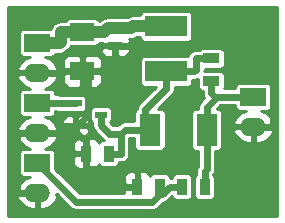
<source format=gtl>
G04 (created by PCBNEW (2013-mar-13)-testing) date Wed 12 Feb 2014 04:44:33 PM CET*
%MOIN*%
G04 Gerber Fmt 3.4, Leading zero omitted, Abs format*
%FSLAX34Y34*%
G01*
G70*
G90*
G04 APERTURE LIST*
%ADD10C,0.005906*%
%ADD11R,0.086600X0.060000*%
%ADD12O,0.086600X0.060000*%
%ADD13R,0.039400X0.023600*%
%ADD14R,0.080000X0.060000*%
%ADD15R,0.045000X0.025000*%
%ADD16R,0.035000X0.055000*%
%ADD17R,0.070900X0.106300*%
%ADD18R,0.055000X0.035000*%
%ADD19R,0.140000X0.070000*%
%ADD20C,0.039370*%
%ADD21C,0.023622*%
%ADD22C,0.010000*%
G04 APERTURE END LIST*
G54D10*
G54D11*
X52000Y-42000D03*
G54D12*
X52000Y-43000D03*
G54D11*
X52000Y-44000D03*
G54D12*
X52000Y-45000D03*
G54D13*
X53284Y-44025D03*
X54116Y-44400D03*
X53284Y-44775D03*
G54D11*
X52000Y-46000D03*
G54D12*
X52000Y-47000D03*
G54D14*
X53500Y-41650D03*
X53500Y-42950D03*
G54D15*
X54600Y-41500D03*
X54600Y-42100D03*
G54D16*
X54375Y-45700D03*
X53625Y-45700D03*
G54D17*
X55755Y-44900D03*
X57645Y-44900D03*
G54D18*
X57800Y-42525D03*
X57800Y-43275D03*
G54D16*
X57575Y-46800D03*
X56825Y-46800D03*
X56075Y-46800D03*
X55325Y-46800D03*
G54D19*
X56300Y-41450D03*
X56300Y-42950D03*
G54D11*
X59200Y-43800D03*
G54D12*
X59200Y-44800D03*
G54D20*
X52785Y-41962D02*
X52747Y-42000D01*
X52785Y-41650D02*
X52785Y-41962D01*
X52000Y-42000D02*
X52747Y-42000D01*
X53500Y-41650D02*
X52785Y-41650D01*
X54364Y-41500D02*
X54214Y-41650D01*
X54600Y-41500D02*
X54364Y-41500D01*
X53500Y-41650D02*
X54214Y-41650D01*
X55189Y-41450D02*
X55139Y-41500D01*
X56300Y-41450D02*
X55189Y-41450D01*
X54600Y-41500D02*
X55139Y-41500D01*
G54D21*
X52694Y-44025D02*
X52669Y-44000D01*
X53284Y-44025D02*
X52694Y-44025D01*
X52000Y-44000D02*
X52669Y-44000D01*
X56075Y-46800D02*
X56075Y-47055D01*
X56825Y-46800D02*
X56413Y-46800D01*
X56158Y-47055D02*
X56413Y-46800D01*
X56075Y-47055D02*
X56158Y-47055D01*
X53297Y-47297D02*
X52000Y-46000D01*
X55833Y-47297D02*
X53297Y-47297D01*
X56075Y-47055D02*
X55833Y-47297D01*
X52000Y-43000D02*
X52669Y-43000D01*
X58565Y-42100D02*
X54600Y-42100D01*
X59869Y-43403D02*
X58565Y-42100D01*
X59869Y-44800D02*
X59869Y-43403D01*
X59200Y-44800D02*
X59869Y-44800D01*
X52719Y-42950D02*
X53500Y-42950D01*
X52669Y-43000D02*
X52719Y-42950D01*
X54136Y-42925D02*
X54600Y-42461D01*
X54136Y-42950D02*
X54136Y-42925D01*
X54600Y-42100D02*
X54600Y-42461D01*
X54325Y-46211D02*
X54913Y-46800D01*
X53625Y-46211D02*
X54325Y-46211D01*
X53625Y-45700D02*
X53625Y-46211D01*
X55325Y-46800D02*
X54913Y-46800D01*
X53500Y-42950D02*
X53833Y-42950D01*
X53833Y-42950D02*
X54136Y-42950D01*
X53284Y-44775D02*
X53284Y-44813D01*
X53699Y-43084D02*
X53833Y-42950D01*
X53699Y-44398D02*
X53699Y-43084D01*
X53284Y-44813D02*
X53699Y-44398D01*
X51330Y-45000D02*
X51330Y-47000D01*
X52000Y-45000D02*
X51330Y-45000D01*
X52000Y-47000D02*
X51330Y-47000D01*
X53284Y-44813D02*
X53284Y-44971D01*
X52000Y-45000D02*
X52669Y-45000D01*
X53625Y-45700D02*
X53625Y-45188D01*
X52697Y-44971D02*
X52669Y-45000D01*
X53284Y-44971D02*
X52697Y-44971D01*
X53501Y-45188D02*
X53625Y-45188D01*
X53284Y-44971D02*
X53501Y-45188D01*
X54375Y-45700D02*
X54786Y-45700D01*
X54115Y-44400D02*
X54115Y-44754D01*
X57288Y-42897D02*
X57288Y-42525D01*
X57236Y-42950D02*
X57288Y-42897D01*
X56300Y-42950D02*
X57236Y-42950D01*
X57800Y-42525D02*
X57288Y-42525D01*
X55755Y-44900D02*
X55607Y-44900D01*
X55607Y-44900D02*
X55459Y-44900D01*
X55607Y-44228D02*
X56300Y-43536D01*
X55607Y-44900D02*
X55607Y-44228D01*
X56300Y-42950D02*
X56300Y-43536D01*
X54786Y-45035D02*
X54786Y-45700D01*
X54397Y-45035D02*
X54786Y-45035D01*
X54115Y-44754D02*
X54397Y-45035D01*
X54921Y-44900D02*
X55459Y-44900D01*
X54786Y-45035D02*
X54921Y-44900D01*
X57800Y-43275D02*
X57800Y-43686D01*
X57913Y-43863D02*
X57913Y-43800D01*
X57645Y-44132D02*
X57913Y-43863D01*
X59200Y-43800D02*
X57913Y-43800D01*
X57913Y-43800D02*
X57800Y-43686D01*
X57645Y-44900D02*
X57645Y-44132D01*
X57645Y-46218D02*
X57645Y-44900D01*
X57575Y-46288D02*
X57645Y-46218D01*
X57575Y-46800D02*
X57575Y-46288D01*
G54D10*
G36*
X59989Y-47784D02*
X59866Y-47784D01*
X59866Y-44935D01*
X59866Y-44664D01*
X59860Y-44635D01*
X59757Y-44446D01*
X59589Y-44311D01*
X59444Y-44268D01*
X59666Y-44268D01*
X59728Y-44242D01*
X59775Y-44195D01*
X59801Y-44133D01*
X59801Y-44066D01*
X59801Y-43466D01*
X59775Y-43404D01*
X59728Y-43357D01*
X59666Y-43331D01*
X59599Y-43331D01*
X58733Y-43331D01*
X58671Y-43357D01*
X58624Y-43404D01*
X58598Y-43466D01*
X58598Y-43513D01*
X58230Y-43513D01*
X58243Y-43483D01*
X58243Y-43416D01*
X58243Y-43066D01*
X58217Y-43004D01*
X58170Y-42957D01*
X58108Y-42931D01*
X58041Y-42931D01*
X57568Y-42931D01*
X57575Y-42897D01*
X57575Y-42897D01*
X57575Y-42897D01*
X57575Y-42868D01*
X58108Y-42868D01*
X58170Y-42842D01*
X58217Y-42795D01*
X58243Y-42733D01*
X58243Y-42666D01*
X58243Y-42316D01*
X58217Y-42254D01*
X58170Y-42207D01*
X58108Y-42181D01*
X58041Y-42181D01*
X57491Y-42181D01*
X57429Y-42207D01*
X57398Y-42238D01*
X57288Y-42238D01*
X57179Y-42260D01*
X57168Y-42268D01*
X57168Y-41833D01*
X57168Y-41766D01*
X57168Y-41066D01*
X57142Y-41004D01*
X57095Y-40957D01*
X57033Y-40931D01*
X56966Y-40931D01*
X55566Y-40931D01*
X55504Y-40957D01*
X55457Y-41004D01*
X55431Y-41066D01*
X55431Y-41085D01*
X55189Y-41085D01*
X55050Y-41112D01*
X55017Y-41135D01*
X54600Y-41135D01*
X54364Y-41135D01*
X54225Y-41162D01*
X54106Y-41241D01*
X54063Y-41285D01*
X54055Y-41285D01*
X54042Y-41254D01*
X53995Y-41207D01*
X53933Y-41181D01*
X53866Y-41181D01*
X53066Y-41181D01*
X53004Y-41207D01*
X52957Y-41254D01*
X52944Y-41285D01*
X52785Y-41285D01*
X52645Y-41312D01*
X52526Y-41391D01*
X52447Y-41510D01*
X52443Y-41531D01*
X52399Y-41531D01*
X51533Y-41531D01*
X51471Y-41557D01*
X51424Y-41604D01*
X51398Y-41666D01*
X51398Y-41733D01*
X51398Y-42333D01*
X51424Y-42395D01*
X51471Y-42442D01*
X51533Y-42468D01*
X51600Y-42468D01*
X51755Y-42468D01*
X51610Y-42511D01*
X51442Y-42646D01*
X51339Y-42835D01*
X51333Y-42864D01*
X51382Y-42950D01*
X51950Y-42950D01*
X51950Y-42942D01*
X52050Y-42942D01*
X52050Y-42950D01*
X52617Y-42950D01*
X52666Y-42864D01*
X52660Y-42835D01*
X52557Y-42646D01*
X52389Y-42511D01*
X52244Y-42468D01*
X52466Y-42468D01*
X52528Y-42442D01*
X52575Y-42395D01*
X52588Y-42364D01*
X52747Y-42364D01*
X52887Y-42337D01*
X52887Y-42337D01*
X53006Y-42258D01*
X53043Y-42220D01*
X53111Y-42118D01*
X53111Y-42118D01*
X53133Y-42118D01*
X53933Y-42118D01*
X53995Y-42092D01*
X54042Y-42045D01*
X54055Y-42014D01*
X54152Y-42014D01*
X54187Y-42050D01*
X54550Y-42050D01*
X54550Y-42042D01*
X54650Y-42042D01*
X54650Y-42050D01*
X55012Y-42050D01*
X55075Y-41987D01*
X55075Y-41925D01*
X55050Y-41864D01*
X55139Y-41864D01*
X55279Y-41837D01*
X55279Y-41837D01*
X55312Y-41814D01*
X55312Y-41814D01*
X55431Y-41814D01*
X55431Y-41833D01*
X55457Y-41895D01*
X55504Y-41942D01*
X55566Y-41968D01*
X55633Y-41968D01*
X57033Y-41968D01*
X57095Y-41942D01*
X57142Y-41895D01*
X57168Y-41833D01*
X57168Y-42268D01*
X57086Y-42322D01*
X57024Y-42415D01*
X57021Y-42431D01*
X56966Y-42431D01*
X55566Y-42431D01*
X55504Y-42457D01*
X55457Y-42504D01*
X55431Y-42566D01*
X55431Y-42633D01*
X55431Y-43333D01*
X55457Y-43395D01*
X55504Y-43442D01*
X55566Y-43468D01*
X55633Y-43468D01*
X55963Y-43468D01*
X55404Y-44026D01*
X55342Y-44119D01*
X55339Y-44137D01*
X55323Y-44218D01*
X55323Y-44218D01*
X55305Y-44225D01*
X55257Y-44273D01*
X55232Y-44335D01*
X55232Y-44401D01*
X55232Y-44613D01*
X55075Y-44613D01*
X55075Y-42274D01*
X55075Y-42212D01*
X55012Y-42150D01*
X54650Y-42150D01*
X54650Y-42412D01*
X54712Y-42475D01*
X54775Y-42475D01*
X54874Y-42475D01*
X54966Y-42436D01*
X55036Y-42366D01*
X55075Y-42274D01*
X55075Y-44613D01*
X54921Y-44613D01*
X54812Y-44635D01*
X54719Y-44697D01*
X54719Y-44697D01*
X54667Y-44749D01*
X54550Y-44749D01*
X54550Y-42412D01*
X54550Y-42150D01*
X54187Y-42150D01*
X54125Y-42212D01*
X54125Y-42274D01*
X54163Y-42366D01*
X54233Y-42436D01*
X54325Y-42475D01*
X54424Y-42475D01*
X54487Y-42475D01*
X54550Y-42412D01*
X54550Y-44749D01*
X54515Y-44749D01*
X54417Y-44651D01*
X54455Y-44613D01*
X54481Y-44551D01*
X54481Y-44484D01*
X54481Y-44248D01*
X54455Y-44186D01*
X54408Y-44139D01*
X54346Y-44113D01*
X54279Y-44113D01*
X54150Y-44113D01*
X54150Y-43299D01*
X54150Y-43062D01*
X54150Y-42837D01*
X54150Y-42600D01*
X54111Y-42508D01*
X54041Y-42438D01*
X53949Y-42400D01*
X53850Y-42400D01*
X53612Y-42400D01*
X53550Y-42462D01*
X53550Y-42900D01*
X54087Y-42900D01*
X54150Y-42837D01*
X54150Y-43062D01*
X54087Y-43000D01*
X53550Y-43000D01*
X53550Y-43437D01*
X53612Y-43500D01*
X53850Y-43500D01*
X53949Y-43500D01*
X54041Y-43461D01*
X54111Y-43391D01*
X54150Y-43299D01*
X54150Y-44113D01*
X54116Y-44113D01*
X54115Y-44113D01*
X54115Y-44113D01*
X53885Y-44113D01*
X53823Y-44139D01*
X53776Y-44186D01*
X53750Y-44248D01*
X53750Y-44315D01*
X53750Y-44551D01*
X53776Y-44613D01*
X53823Y-44660D01*
X53829Y-44662D01*
X53829Y-44754D01*
X53829Y-44754D01*
X53847Y-44845D01*
X53851Y-44863D01*
X53913Y-44956D01*
X54194Y-45237D01*
X54194Y-45237D01*
X54223Y-45256D01*
X54166Y-45256D01*
X54104Y-45282D01*
X54057Y-45329D01*
X54044Y-45361D01*
X54011Y-45283D01*
X53941Y-45213D01*
X53849Y-45175D01*
X53737Y-45175D01*
X53731Y-45181D01*
X53731Y-44942D01*
X53731Y-44887D01*
X53731Y-44662D01*
X53731Y-44607D01*
X53692Y-44515D01*
X53649Y-44471D01*
X53649Y-44176D01*
X53649Y-44109D01*
X53649Y-43873D01*
X53623Y-43811D01*
X53576Y-43764D01*
X53514Y-43738D01*
X53450Y-43738D01*
X53450Y-43437D01*
X53450Y-43000D01*
X53450Y-42900D01*
X53450Y-42462D01*
X53387Y-42400D01*
X53149Y-42400D01*
X53050Y-42400D01*
X52958Y-42438D01*
X52888Y-42508D01*
X52850Y-42600D01*
X52850Y-42837D01*
X52912Y-42900D01*
X53450Y-42900D01*
X53450Y-43000D01*
X52912Y-43000D01*
X52850Y-43062D01*
X52850Y-43299D01*
X52888Y-43391D01*
X52958Y-43461D01*
X53050Y-43500D01*
X53149Y-43500D01*
X53387Y-43500D01*
X53450Y-43437D01*
X53450Y-43738D01*
X53447Y-43738D01*
X53284Y-43738D01*
X53284Y-43738D01*
X52783Y-43738D01*
X52778Y-43735D01*
X52760Y-43731D01*
X52669Y-43713D01*
X52669Y-43713D01*
X52601Y-43713D01*
X52601Y-43666D01*
X52575Y-43604D01*
X52528Y-43557D01*
X52466Y-43531D01*
X52399Y-43531D01*
X52244Y-43531D01*
X52389Y-43488D01*
X52557Y-43353D01*
X52660Y-43164D01*
X52666Y-43135D01*
X52617Y-43050D01*
X52050Y-43050D01*
X52050Y-43057D01*
X51950Y-43057D01*
X51950Y-43050D01*
X51382Y-43050D01*
X51333Y-43135D01*
X51339Y-43164D01*
X51442Y-43353D01*
X51610Y-43488D01*
X51755Y-43531D01*
X51533Y-43531D01*
X51471Y-43557D01*
X51424Y-43604D01*
X51398Y-43666D01*
X51398Y-43733D01*
X51398Y-44333D01*
X51424Y-44395D01*
X51471Y-44442D01*
X51533Y-44468D01*
X51600Y-44468D01*
X51755Y-44468D01*
X51610Y-44511D01*
X51442Y-44646D01*
X51339Y-44835D01*
X51333Y-44864D01*
X51382Y-44950D01*
X51950Y-44950D01*
X51950Y-44942D01*
X52050Y-44942D01*
X52050Y-44950D01*
X52617Y-44950D01*
X52666Y-44864D01*
X52660Y-44835D01*
X52557Y-44646D01*
X52389Y-44511D01*
X52244Y-44468D01*
X52466Y-44468D01*
X52528Y-44442D01*
X52575Y-44395D01*
X52601Y-44333D01*
X52601Y-44292D01*
X52694Y-44311D01*
X52694Y-44311D01*
X52694Y-44311D01*
X53284Y-44311D01*
X53284Y-44311D01*
X53514Y-44311D01*
X53576Y-44285D01*
X53623Y-44238D01*
X53649Y-44176D01*
X53649Y-44471D01*
X53622Y-44445D01*
X53530Y-44407D01*
X53431Y-44407D01*
X53396Y-44407D01*
X53334Y-44469D01*
X53334Y-44725D01*
X53668Y-44725D01*
X53731Y-44662D01*
X53731Y-44887D01*
X53668Y-44825D01*
X53334Y-44825D01*
X53334Y-45080D01*
X53396Y-45143D01*
X53431Y-45143D01*
X53530Y-45143D01*
X53622Y-45104D01*
X53692Y-45034D01*
X53731Y-44942D01*
X53731Y-45181D01*
X53675Y-45237D01*
X53675Y-45650D01*
X53682Y-45650D01*
X53682Y-45750D01*
X53675Y-45750D01*
X53675Y-46162D01*
X53737Y-46225D01*
X53849Y-46225D01*
X53941Y-46186D01*
X54011Y-46116D01*
X54044Y-46038D01*
X54057Y-46070D01*
X54104Y-46117D01*
X54166Y-46143D01*
X54233Y-46143D01*
X54583Y-46143D01*
X54645Y-46117D01*
X54692Y-46070D01*
X54718Y-46008D01*
X54718Y-45986D01*
X54786Y-45986D01*
X54895Y-45964D01*
X54988Y-45902D01*
X55050Y-45809D01*
X55072Y-45700D01*
X55072Y-45186D01*
X55232Y-45186D01*
X55232Y-45464D01*
X55257Y-45526D01*
X55305Y-45574D01*
X55367Y-45599D01*
X55433Y-45599D01*
X56142Y-45599D01*
X56204Y-45574D01*
X56252Y-45526D01*
X56277Y-45464D01*
X56277Y-45398D01*
X56277Y-44335D01*
X56252Y-44273D01*
X56204Y-44225D01*
X56142Y-44200D01*
X56076Y-44200D01*
X56040Y-44200D01*
X56502Y-43738D01*
X56502Y-43738D01*
X56502Y-43738D01*
X56564Y-43645D01*
X56586Y-43536D01*
X56586Y-43468D01*
X57033Y-43468D01*
X57095Y-43442D01*
X57142Y-43395D01*
X57168Y-43333D01*
X57168Y-43266D01*
X57168Y-43236D01*
X57236Y-43236D01*
X57236Y-43236D01*
X57236Y-43236D01*
X57327Y-43218D01*
X57345Y-43214D01*
X57345Y-43214D01*
X57356Y-43206D01*
X57356Y-43483D01*
X57382Y-43545D01*
X57429Y-43592D01*
X57491Y-43618D01*
X57513Y-43618D01*
X57513Y-43686D01*
X57513Y-43686D01*
X57531Y-43777D01*
X57535Y-43795D01*
X57552Y-43820D01*
X57442Y-43929D01*
X57380Y-44022D01*
X57376Y-44040D01*
X57358Y-44132D01*
X57358Y-44132D01*
X57358Y-44200D01*
X57257Y-44200D01*
X57195Y-44225D01*
X57147Y-44273D01*
X57122Y-44335D01*
X57122Y-44401D01*
X57122Y-45464D01*
X57147Y-45526D01*
X57195Y-45574D01*
X57257Y-45599D01*
X57323Y-45599D01*
X57358Y-45599D01*
X57358Y-46107D01*
X57310Y-46179D01*
X57306Y-46197D01*
X57288Y-46288D01*
X57288Y-46288D01*
X57288Y-46398D01*
X57257Y-46429D01*
X57231Y-46491D01*
X57231Y-46558D01*
X57231Y-47108D01*
X57257Y-47170D01*
X57304Y-47217D01*
X57366Y-47243D01*
X57433Y-47243D01*
X57783Y-47243D01*
X57845Y-47217D01*
X57892Y-47170D01*
X57918Y-47108D01*
X57918Y-47041D01*
X57918Y-46491D01*
X57892Y-46429D01*
X57862Y-46399D01*
X57909Y-46328D01*
X57931Y-46218D01*
X57931Y-45599D01*
X58032Y-45599D01*
X58094Y-45574D01*
X58142Y-45526D01*
X58167Y-45464D01*
X58167Y-45398D01*
X58167Y-44335D01*
X58142Y-44273D01*
X58094Y-44225D01*
X58032Y-44200D01*
X57981Y-44200D01*
X58095Y-44086D01*
X58598Y-44086D01*
X58598Y-44133D01*
X58624Y-44195D01*
X58671Y-44242D01*
X58733Y-44268D01*
X58800Y-44268D01*
X58955Y-44268D01*
X58810Y-44311D01*
X58642Y-44446D01*
X58539Y-44635D01*
X58533Y-44664D01*
X58582Y-44750D01*
X59150Y-44750D01*
X59150Y-44742D01*
X59250Y-44742D01*
X59250Y-44750D01*
X59817Y-44750D01*
X59866Y-44664D01*
X59866Y-44935D01*
X59817Y-44850D01*
X59250Y-44850D01*
X59250Y-45350D01*
X59383Y-45350D01*
X59589Y-45288D01*
X59757Y-45153D01*
X59860Y-44964D01*
X59866Y-44935D01*
X59866Y-47784D01*
X59150Y-47784D01*
X59150Y-45350D01*
X59150Y-44850D01*
X58582Y-44850D01*
X58533Y-44935D01*
X58539Y-44964D01*
X58642Y-45153D01*
X58810Y-45288D01*
X59017Y-45350D01*
X59150Y-45350D01*
X59150Y-47784D01*
X57168Y-47784D01*
X57168Y-47108D01*
X57168Y-47041D01*
X57168Y-46491D01*
X57142Y-46429D01*
X57095Y-46382D01*
X57033Y-46356D01*
X56966Y-46356D01*
X56616Y-46356D01*
X56554Y-46382D01*
X56507Y-46429D01*
X56481Y-46491D01*
X56481Y-46513D01*
X56418Y-46513D01*
X56418Y-46491D01*
X56392Y-46429D01*
X56345Y-46382D01*
X56283Y-46356D01*
X56216Y-46356D01*
X55866Y-46356D01*
X55804Y-46382D01*
X55757Y-46429D01*
X55744Y-46461D01*
X55711Y-46383D01*
X55641Y-46313D01*
X55549Y-46275D01*
X55437Y-46275D01*
X55375Y-46337D01*
X55375Y-46750D01*
X55382Y-46750D01*
X55382Y-46850D01*
X55375Y-46850D01*
X55375Y-46857D01*
X55275Y-46857D01*
X55275Y-46850D01*
X55275Y-46750D01*
X55275Y-46337D01*
X55212Y-46275D01*
X55100Y-46275D01*
X55008Y-46313D01*
X54938Y-46383D01*
X54900Y-46475D01*
X54900Y-46574D01*
X54900Y-46687D01*
X54962Y-46750D01*
X55275Y-46750D01*
X55275Y-46850D01*
X54962Y-46850D01*
X54900Y-46912D01*
X54900Y-47011D01*
X53575Y-47011D01*
X53575Y-46162D01*
X53575Y-45750D01*
X53575Y-45650D01*
X53575Y-45237D01*
X53512Y-45175D01*
X53400Y-45175D01*
X53308Y-45213D01*
X53238Y-45283D01*
X53234Y-45293D01*
X53234Y-45080D01*
X53234Y-44825D01*
X53234Y-44725D01*
X53234Y-44469D01*
X53171Y-44407D01*
X53136Y-44407D01*
X53037Y-44407D01*
X52945Y-44445D01*
X52875Y-44515D01*
X52837Y-44607D01*
X52837Y-44662D01*
X52899Y-44725D01*
X53234Y-44725D01*
X53234Y-44825D01*
X52899Y-44825D01*
X52837Y-44887D01*
X52837Y-44942D01*
X52875Y-45034D01*
X52945Y-45104D01*
X53037Y-45143D01*
X53136Y-45143D01*
X53171Y-45143D01*
X53234Y-45080D01*
X53234Y-45293D01*
X53200Y-45375D01*
X53200Y-45474D01*
X53200Y-45587D01*
X53262Y-45650D01*
X53575Y-45650D01*
X53575Y-45750D01*
X53262Y-45750D01*
X53200Y-45812D01*
X53200Y-45925D01*
X53200Y-46024D01*
X53238Y-46116D01*
X53308Y-46186D01*
X53400Y-46225D01*
X53512Y-46225D01*
X53575Y-46162D01*
X53575Y-47011D01*
X53415Y-47011D01*
X52601Y-46196D01*
X52601Y-45666D01*
X52575Y-45604D01*
X52528Y-45557D01*
X52466Y-45531D01*
X52399Y-45531D01*
X52244Y-45531D01*
X52389Y-45488D01*
X52557Y-45353D01*
X52660Y-45164D01*
X52666Y-45135D01*
X52617Y-45050D01*
X52050Y-45050D01*
X52050Y-45057D01*
X51950Y-45057D01*
X51950Y-45050D01*
X51382Y-45050D01*
X51333Y-45135D01*
X51339Y-45164D01*
X51442Y-45353D01*
X51610Y-45488D01*
X51755Y-45531D01*
X51533Y-45531D01*
X51471Y-45557D01*
X51424Y-45604D01*
X51398Y-45666D01*
X51398Y-45733D01*
X51398Y-46333D01*
X51424Y-46395D01*
X51471Y-46442D01*
X51533Y-46468D01*
X51600Y-46468D01*
X51755Y-46468D01*
X51610Y-46511D01*
X51442Y-46646D01*
X51339Y-46835D01*
X51333Y-46864D01*
X51382Y-46950D01*
X51950Y-46950D01*
X51950Y-46942D01*
X52050Y-46942D01*
X52050Y-46950D01*
X52057Y-46950D01*
X52057Y-47050D01*
X52050Y-47050D01*
X52050Y-47550D01*
X52183Y-47550D01*
X52389Y-47488D01*
X52557Y-47353D01*
X52660Y-47164D01*
X52666Y-47135D01*
X52617Y-47050D01*
X52645Y-47050D01*
X53095Y-47499D01*
X53095Y-47499D01*
X53187Y-47561D01*
X53297Y-47583D01*
X55833Y-47583D01*
X55833Y-47583D01*
X55833Y-47583D01*
X55924Y-47565D01*
X55942Y-47561D01*
X55942Y-47561D01*
X56035Y-47499D01*
X56202Y-47333D01*
X56249Y-47323D01*
X56267Y-47320D01*
X56267Y-47320D01*
X56360Y-47257D01*
X56490Y-47128D01*
X56507Y-47170D01*
X56554Y-47217D01*
X56616Y-47243D01*
X56683Y-47243D01*
X57033Y-47243D01*
X57095Y-47217D01*
X57142Y-47170D01*
X57168Y-47108D01*
X57168Y-47784D01*
X52666Y-47784D01*
X51950Y-47784D01*
X51950Y-47550D01*
X51950Y-47050D01*
X51382Y-47050D01*
X51333Y-47135D01*
X51339Y-47164D01*
X51442Y-47353D01*
X51610Y-47488D01*
X51817Y-47550D01*
X51950Y-47550D01*
X51950Y-47784D01*
X51034Y-47784D01*
X51034Y-40798D01*
X59989Y-40798D01*
X59989Y-47784D01*
X59989Y-47784D01*
G37*
G54D22*
X59989Y-47784D02*
X59866Y-47784D01*
X59866Y-44935D01*
X59866Y-44664D01*
X59860Y-44635D01*
X59757Y-44446D01*
X59589Y-44311D01*
X59444Y-44268D01*
X59666Y-44268D01*
X59728Y-44242D01*
X59775Y-44195D01*
X59801Y-44133D01*
X59801Y-44066D01*
X59801Y-43466D01*
X59775Y-43404D01*
X59728Y-43357D01*
X59666Y-43331D01*
X59599Y-43331D01*
X58733Y-43331D01*
X58671Y-43357D01*
X58624Y-43404D01*
X58598Y-43466D01*
X58598Y-43513D01*
X58230Y-43513D01*
X58243Y-43483D01*
X58243Y-43416D01*
X58243Y-43066D01*
X58217Y-43004D01*
X58170Y-42957D01*
X58108Y-42931D01*
X58041Y-42931D01*
X57568Y-42931D01*
X57575Y-42897D01*
X57575Y-42897D01*
X57575Y-42897D01*
X57575Y-42868D01*
X58108Y-42868D01*
X58170Y-42842D01*
X58217Y-42795D01*
X58243Y-42733D01*
X58243Y-42666D01*
X58243Y-42316D01*
X58217Y-42254D01*
X58170Y-42207D01*
X58108Y-42181D01*
X58041Y-42181D01*
X57491Y-42181D01*
X57429Y-42207D01*
X57398Y-42238D01*
X57288Y-42238D01*
X57179Y-42260D01*
X57168Y-42268D01*
X57168Y-41833D01*
X57168Y-41766D01*
X57168Y-41066D01*
X57142Y-41004D01*
X57095Y-40957D01*
X57033Y-40931D01*
X56966Y-40931D01*
X55566Y-40931D01*
X55504Y-40957D01*
X55457Y-41004D01*
X55431Y-41066D01*
X55431Y-41085D01*
X55189Y-41085D01*
X55050Y-41112D01*
X55017Y-41135D01*
X54600Y-41135D01*
X54364Y-41135D01*
X54225Y-41162D01*
X54106Y-41241D01*
X54063Y-41285D01*
X54055Y-41285D01*
X54042Y-41254D01*
X53995Y-41207D01*
X53933Y-41181D01*
X53866Y-41181D01*
X53066Y-41181D01*
X53004Y-41207D01*
X52957Y-41254D01*
X52944Y-41285D01*
X52785Y-41285D01*
X52645Y-41312D01*
X52526Y-41391D01*
X52447Y-41510D01*
X52443Y-41531D01*
X52399Y-41531D01*
X51533Y-41531D01*
X51471Y-41557D01*
X51424Y-41604D01*
X51398Y-41666D01*
X51398Y-41733D01*
X51398Y-42333D01*
X51424Y-42395D01*
X51471Y-42442D01*
X51533Y-42468D01*
X51600Y-42468D01*
X51755Y-42468D01*
X51610Y-42511D01*
X51442Y-42646D01*
X51339Y-42835D01*
X51333Y-42864D01*
X51382Y-42950D01*
X51950Y-42950D01*
X51950Y-42942D01*
X52050Y-42942D01*
X52050Y-42950D01*
X52617Y-42950D01*
X52666Y-42864D01*
X52660Y-42835D01*
X52557Y-42646D01*
X52389Y-42511D01*
X52244Y-42468D01*
X52466Y-42468D01*
X52528Y-42442D01*
X52575Y-42395D01*
X52588Y-42364D01*
X52747Y-42364D01*
X52887Y-42337D01*
X52887Y-42337D01*
X53006Y-42258D01*
X53043Y-42220D01*
X53111Y-42118D01*
X53111Y-42118D01*
X53133Y-42118D01*
X53933Y-42118D01*
X53995Y-42092D01*
X54042Y-42045D01*
X54055Y-42014D01*
X54152Y-42014D01*
X54187Y-42050D01*
X54550Y-42050D01*
X54550Y-42042D01*
X54650Y-42042D01*
X54650Y-42050D01*
X55012Y-42050D01*
X55075Y-41987D01*
X55075Y-41925D01*
X55050Y-41864D01*
X55139Y-41864D01*
X55279Y-41837D01*
X55279Y-41837D01*
X55312Y-41814D01*
X55312Y-41814D01*
X55431Y-41814D01*
X55431Y-41833D01*
X55457Y-41895D01*
X55504Y-41942D01*
X55566Y-41968D01*
X55633Y-41968D01*
X57033Y-41968D01*
X57095Y-41942D01*
X57142Y-41895D01*
X57168Y-41833D01*
X57168Y-42268D01*
X57086Y-42322D01*
X57024Y-42415D01*
X57021Y-42431D01*
X56966Y-42431D01*
X55566Y-42431D01*
X55504Y-42457D01*
X55457Y-42504D01*
X55431Y-42566D01*
X55431Y-42633D01*
X55431Y-43333D01*
X55457Y-43395D01*
X55504Y-43442D01*
X55566Y-43468D01*
X55633Y-43468D01*
X55963Y-43468D01*
X55404Y-44026D01*
X55342Y-44119D01*
X55339Y-44137D01*
X55323Y-44218D01*
X55323Y-44218D01*
X55305Y-44225D01*
X55257Y-44273D01*
X55232Y-44335D01*
X55232Y-44401D01*
X55232Y-44613D01*
X55075Y-44613D01*
X55075Y-42274D01*
X55075Y-42212D01*
X55012Y-42150D01*
X54650Y-42150D01*
X54650Y-42412D01*
X54712Y-42475D01*
X54775Y-42475D01*
X54874Y-42475D01*
X54966Y-42436D01*
X55036Y-42366D01*
X55075Y-42274D01*
X55075Y-44613D01*
X54921Y-44613D01*
X54812Y-44635D01*
X54719Y-44697D01*
X54719Y-44697D01*
X54667Y-44749D01*
X54550Y-44749D01*
X54550Y-42412D01*
X54550Y-42150D01*
X54187Y-42150D01*
X54125Y-42212D01*
X54125Y-42274D01*
X54163Y-42366D01*
X54233Y-42436D01*
X54325Y-42475D01*
X54424Y-42475D01*
X54487Y-42475D01*
X54550Y-42412D01*
X54550Y-44749D01*
X54515Y-44749D01*
X54417Y-44651D01*
X54455Y-44613D01*
X54481Y-44551D01*
X54481Y-44484D01*
X54481Y-44248D01*
X54455Y-44186D01*
X54408Y-44139D01*
X54346Y-44113D01*
X54279Y-44113D01*
X54150Y-44113D01*
X54150Y-43299D01*
X54150Y-43062D01*
X54150Y-42837D01*
X54150Y-42600D01*
X54111Y-42508D01*
X54041Y-42438D01*
X53949Y-42400D01*
X53850Y-42400D01*
X53612Y-42400D01*
X53550Y-42462D01*
X53550Y-42900D01*
X54087Y-42900D01*
X54150Y-42837D01*
X54150Y-43062D01*
X54087Y-43000D01*
X53550Y-43000D01*
X53550Y-43437D01*
X53612Y-43500D01*
X53850Y-43500D01*
X53949Y-43500D01*
X54041Y-43461D01*
X54111Y-43391D01*
X54150Y-43299D01*
X54150Y-44113D01*
X54116Y-44113D01*
X54115Y-44113D01*
X54115Y-44113D01*
X53885Y-44113D01*
X53823Y-44139D01*
X53776Y-44186D01*
X53750Y-44248D01*
X53750Y-44315D01*
X53750Y-44551D01*
X53776Y-44613D01*
X53823Y-44660D01*
X53829Y-44662D01*
X53829Y-44754D01*
X53829Y-44754D01*
X53847Y-44845D01*
X53851Y-44863D01*
X53913Y-44956D01*
X54194Y-45237D01*
X54194Y-45237D01*
X54223Y-45256D01*
X54166Y-45256D01*
X54104Y-45282D01*
X54057Y-45329D01*
X54044Y-45361D01*
X54011Y-45283D01*
X53941Y-45213D01*
X53849Y-45175D01*
X53737Y-45175D01*
X53731Y-45181D01*
X53731Y-44942D01*
X53731Y-44887D01*
X53731Y-44662D01*
X53731Y-44607D01*
X53692Y-44515D01*
X53649Y-44471D01*
X53649Y-44176D01*
X53649Y-44109D01*
X53649Y-43873D01*
X53623Y-43811D01*
X53576Y-43764D01*
X53514Y-43738D01*
X53450Y-43738D01*
X53450Y-43437D01*
X53450Y-43000D01*
X53450Y-42900D01*
X53450Y-42462D01*
X53387Y-42400D01*
X53149Y-42400D01*
X53050Y-42400D01*
X52958Y-42438D01*
X52888Y-42508D01*
X52850Y-42600D01*
X52850Y-42837D01*
X52912Y-42900D01*
X53450Y-42900D01*
X53450Y-43000D01*
X52912Y-43000D01*
X52850Y-43062D01*
X52850Y-43299D01*
X52888Y-43391D01*
X52958Y-43461D01*
X53050Y-43500D01*
X53149Y-43500D01*
X53387Y-43500D01*
X53450Y-43437D01*
X53450Y-43738D01*
X53447Y-43738D01*
X53284Y-43738D01*
X53284Y-43738D01*
X52783Y-43738D01*
X52778Y-43735D01*
X52760Y-43731D01*
X52669Y-43713D01*
X52669Y-43713D01*
X52601Y-43713D01*
X52601Y-43666D01*
X52575Y-43604D01*
X52528Y-43557D01*
X52466Y-43531D01*
X52399Y-43531D01*
X52244Y-43531D01*
X52389Y-43488D01*
X52557Y-43353D01*
X52660Y-43164D01*
X52666Y-43135D01*
X52617Y-43050D01*
X52050Y-43050D01*
X52050Y-43057D01*
X51950Y-43057D01*
X51950Y-43050D01*
X51382Y-43050D01*
X51333Y-43135D01*
X51339Y-43164D01*
X51442Y-43353D01*
X51610Y-43488D01*
X51755Y-43531D01*
X51533Y-43531D01*
X51471Y-43557D01*
X51424Y-43604D01*
X51398Y-43666D01*
X51398Y-43733D01*
X51398Y-44333D01*
X51424Y-44395D01*
X51471Y-44442D01*
X51533Y-44468D01*
X51600Y-44468D01*
X51755Y-44468D01*
X51610Y-44511D01*
X51442Y-44646D01*
X51339Y-44835D01*
X51333Y-44864D01*
X51382Y-44950D01*
X51950Y-44950D01*
X51950Y-44942D01*
X52050Y-44942D01*
X52050Y-44950D01*
X52617Y-44950D01*
X52666Y-44864D01*
X52660Y-44835D01*
X52557Y-44646D01*
X52389Y-44511D01*
X52244Y-44468D01*
X52466Y-44468D01*
X52528Y-44442D01*
X52575Y-44395D01*
X52601Y-44333D01*
X52601Y-44292D01*
X52694Y-44311D01*
X52694Y-44311D01*
X52694Y-44311D01*
X53284Y-44311D01*
X53284Y-44311D01*
X53514Y-44311D01*
X53576Y-44285D01*
X53623Y-44238D01*
X53649Y-44176D01*
X53649Y-44471D01*
X53622Y-44445D01*
X53530Y-44407D01*
X53431Y-44407D01*
X53396Y-44407D01*
X53334Y-44469D01*
X53334Y-44725D01*
X53668Y-44725D01*
X53731Y-44662D01*
X53731Y-44887D01*
X53668Y-44825D01*
X53334Y-44825D01*
X53334Y-45080D01*
X53396Y-45143D01*
X53431Y-45143D01*
X53530Y-45143D01*
X53622Y-45104D01*
X53692Y-45034D01*
X53731Y-44942D01*
X53731Y-45181D01*
X53675Y-45237D01*
X53675Y-45650D01*
X53682Y-45650D01*
X53682Y-45750D01*
X53675Y-45750D01*
X53675Y-46162D01*
X53737Y-46225D01*
X53849Y-46225D01*
X53941Y-46186D01*
X54011Y-46116D01*
X54044Y-46038D01*
X54057Y-46070D01*
X54104Y-46117D01*
X54166Y-46143D01*
X54233Y-46143D01*
X54583Y-46143D01*
X54645Y-46117D01*
X54692Y-46070D01*
X54718Y-46008D01*
X54718Y-45986D01*
X54786Y-45986D01*
X54895Y-45964D01*
X54988Y-45902D01*
X55050Y-45809D01*
X55072Y-45700D01*
X55072Y-45186D01*
X55232Y-45186D01*
X55232Y-45464D01*
X55257Y-45526D01*
X55305Y-45574D01*
X55367Y-45599D01*
X55433Y-45599D01*
X56142Y-45599D01*
X56204Y-45574D01*
X56252Y-45526D01*
X56277Y-45464D01*
X56277Y-45398D01*
X56277Y-44335D01*
X56252Y-44273D01*
X56204Y-44225D01*
X56142Y-44200D01*
X56076Y-44200D01*
X56040Y-44200D01*
X56502Y-43738D01*
X56502Y-43738D01*
X56502Y-43738D01*
X56564Y-43645D01*
X56586Y-43536D01*
X56586Y-43468D01*
X57033Y-43468D01*
X57095Y-43442D01*
X57142Y-43395D01*
X57168Y-43333D01*
X57168Y-43266D01*
X57168Y-43236D01*
X57236Y-43236D01*
X57236Y-43236D01*
X57236Y-43236D01*
X57327Y-43218D01*
X57345Y-43214D01*
X57345Y-43214D01*
X57356Y-43206D01*
X57356Y-43483D01*
X57382Y-43545D01*
X57429Y-43592D01*
X57491Y-43618D01*
X57513Y-43618D01*
X57513Y-43686D01*
X57513Y-43686D01*
X57531Y-43777D01*
X57535Y-43795D01*
X57552Y-43820D01*
X57442Y-43929D01*
X57380Y-44022D01*
X57376Y-44040D01*
X57358Y-44132D01*
X57358Y-44132D01*
X57358Y-44200D01*
X57257Y-44200D01*
X57195Y-44225D01*
X57147Y-44273D01*
X57122Y-44335D01*
X57122Y-44401D01*
X57122Y-45464D01*
X57147Y-45526D01*
X57195Y-45574D01*
X57257Y-45599D01*
X57323Y-45599D01*
X57358Y-45599D01*
X57358Y-46107D01*
X57310Y-46179D01*
X57306Y-46197D01*
X57288Y-46288D01*
X57288Y-46288D01*
X57288Y-46398D01*
X57257Y-46429D01*
X57231Y-46491D01*
X57231Y-46558D01*
X57231Y-47108D01*
X57257Y-47170D01*
X57304Y-47217D01*
X57366Y-47243D01*
X57433Y-47243D01*
X57783Y-47243D01*
X57845Y-47217D01*
X57892Y-47170D01*
X57918Y-47108D01*
X57918Y-47041D01*
X57918Y-46491D01*
X57892Y-46429D01*
X57862Y-46399D01*
X57909Y-46328D01*
X57931Y-46218D01*
X57931Y-45599D01*
X58032Y-45599D01*
X58094Y-45574D01*
X58142Y-45526D01*
X58167Y-45464D01*
X58167Y-45398D01*
X58167Y-44335D01*
X58142Y-44273D01*
X58094Y-44225D01*
X58032Y-44200D01*
X57981Y-44200D01*
X58095Y-44086D01*
X58598Y-44086D01*
X58598Y-44133D01*
X58624Y-44195D01*
X58671Y-44242D01*
X58733Y-44268D01*
X58800Y-44268D01*
X58955Y-44268D01*
X58810Y-44311D01*
X58642Y-44446D01*
X58539Y-44635D01*
X58533Y-44664D01*
X58582Y-44750D01*
X59150Y-44750D01*
X59150Y-44742D01*
X59250Y-44742D01*
X59250Y-44750D01*
X59817Y-44750D01*
X59866Y-44664D01*
X59866Y-44935D01*
X59817Y-44850D01*
X59250Y-44850D01*
X59250Y-45350D01*
X59383Y-45350D01*
X59589Y-45288D01*
X59757Y-45153D01*
X59860Y-44964D01*
X59866Y-44935D01*
X59866Y-47784D01*
X59150Y-47784D01*
X59150Y-45350D01*
X59150Y-44850D01*
X58582Y-44850D01*
X58533Y-44935D01*
X58539Y-44964D01*
X58642Y-45153D01*
X58810Y-45288D01*
X59017Y-45350D01*
X59150Y-45350D01*
X59150Y-47784D01*
X57168Y-47784D01*
X57168Y-47108D01*
X57168Y-47041D01*
X57168Y-46491D01*
X57142Y-46429D01*
X57095Y-46382D01*
X57033Y-46356D01*
X56966Y-46356D01*
X56616Y-46356D01*
X56554Y-46382D01*
X56507Y-46429D01*
X56481Y-46491D01*
X56481Y-46513D01*
X56418Y-46513D01*
X56418Y-46491D01*
X56392Y-46429D01*
X56345Y-46382D01*
X56283Y-46356D01*
X56216Y-46356D01*
X55866Y-46356D01*
X55804Y-46382D01*
X55757Y-46429D01*
X55744Y-46461D01*
X55711Y-46383D01*
X55641Y-46313D01*
X55549Y-46275D01*
X55437Y-46275D01*
X55375Y-46337D01*
X55375Y-46750D01*
X55382Y-46750D01*
X55382Y-46850D01*
X55375Y-46850D01*
X55375Y-46857D01*
X55275Y-46857D01*
X55275Y-46850D01*
X55275Y-46750D01*
X55275Y-46337D01*
X55212Y-46275D01*
X55100Y-46275D01*
X55008Y-46313D01*
X54938Y-46383D01*
X54900Y-46475D01*
X54900Y-46574D01*
X54900Y-46687D01*
X54962Y-46750D01*
X55275Y-46750D01*
X55275Y-46850D01*
X54962Y-46850D01*
X54900Y-46912D01*
X54900Y-47011D01*
X53575Y-47011D01*
X53575Y-46162D01*
X53575Y-45750D01*
X53575Y-45650D01*
X53575Y-45237D01*
X53512Y-45175D01*
X53400Y-45175D01*
X53308Y-45213D01*
X53238Y-45283D01*
X53234Y-45293D01*
X53234Y-45080D01*
X53234Y-44825D01*
X53234Y-44725D01*
X53234Y-44469D01*
X53171Y-44407D01*
X53136Y-44407D01*
X53037Y-44407D01*
X52945Y-44445D01*
X52875Y-44515D01*
X52837Y-44607D01*
X52837Y-44662D01*
X52899Y-44725D01*
X53234Y-44725D01*
X53234Y-44825D01*
X52899Y-44825D01*
X52837Y-44887D01*
X52837Y-44942D01*
X52875Y-45034D01*
X52945Y-45104D01*
X53037Y-45143D01*
X53136Y-45143D01*
X53171Y-45143D01*
X53234Y-45080D01*
X53234Y-45293D01*
X53200Y-45375D01*
X53200Y-45474D01*
X53200Y-45587D01*
X53262Y-45650D01*
X53575Y-45650D01*
X53575Y-45750D01*
X53262Y-45750D01*
X53200Y-45812D01*
X53200Y-45925D01*
X53200Y-46024D01*
X53238Y-46116D01*
X53308Y-46186D01*
X53400Y-46225D01*
X53512Y-46225D01*
X53575Y-46162D01*
X53575Y-47011D01*
X53415Y-47011D01*
X52601Y-46196D01*
X52601Y-45666D01*
X52575Y-45604D01*
X52528Y-45557D01*
X52466Y-45531D01*
X52399Y-45531D01*
X52244Y-45531D01*
X52389Y-45488D01*
X52557Y-45353D01*
X52660Y-45164D01*
X52666Y-45135D01*
X52617Y-45050D01*
X52050Y-45050D01*
X52050Y-45057D01*
X51950Y-45057D01*
X51950Y-45050D01*
X51382Y-45050D01*
X51333Y-45135D01*
X51339Y-45164D01*
X51442Y-45353D01*
X51610Y-45488D01*
X51755Y-45531D01*
X51533Y-45531D01*
X51471Y-45557D01*
X51424Y-45604D01*
X51398Y-45666D01*
X51398Y-45733D01*
X51398Y-46333D01*
X51424Y-46395D01*
X51471Y-46442D01*
X51533Y-46468D01*
X51600Y-46468D01*
X51755Y-46468D01*
X51610Y-46511D01*
X51442Y-46646D01*
X51339Y-46835D01*
X51333Y-46864D01*
X51382Y-46950D01*
X51950Y-46950D01*
X51950Y-46942D01*
X52050Y-46942D01*
X52050Y-46950D01*
X52057Y-46950D01*
X52057Y-47050D01*
X52050Y-47050D01*
X52050Y-47550D01*
X52183Y-47550D01*
X52389Y-47488D01*
X52557Y-47353D01*
X52660Y-47164D01*
X52666Y-47135D01*
X52617Y-47050D01*
X52645Y-47050D01*
X53095Y-47499D01*
X53095Y-47499D01*
X53187Y-47561D01*
X53297Y-47583D01*
X55833Y-47583D01*
X55833Y-47583D01*
X55833Y-47583D01*
X55924Y-47565D01*
X55942Y-47561D01*
X55942Y-47561D01*
X56035Y-47499D01*
X56202Y-47333D01*
X56249Y-47323D01*
X56267Y-47320D01*
X56267Y-47320D01*
X56360Y-47257D01*
X56490Y-47128D01*
X56507Y-47170D01*
X56554Y-47217D01*
X56616Y-47243D01*
X56683Y-47243D01*
X57033Y-47243D01*
X57095Y-47217D01*
X57142Y-47170D01*
X57168Y-47108D01*
X57168Y-47784D01*
X52666Y-47784D01*
X51950Y-47784D01*
X51950Y-47550D01*
X51950Y-47050D01*
X51382Y-47050D01*
X51333Y-47135D01*
X51339Y-47164D01*
X51442Y-47353D01*
X51610Y-47488D01*
X51817Y-47550D01*
X51950Y-47550D01*
X51950Y-47784D01*
X51034Y-47784D01*
X51034Y-40798D01*
X59989Y-40798D01*
X59989Y-47784D01*
M02*

</source>
